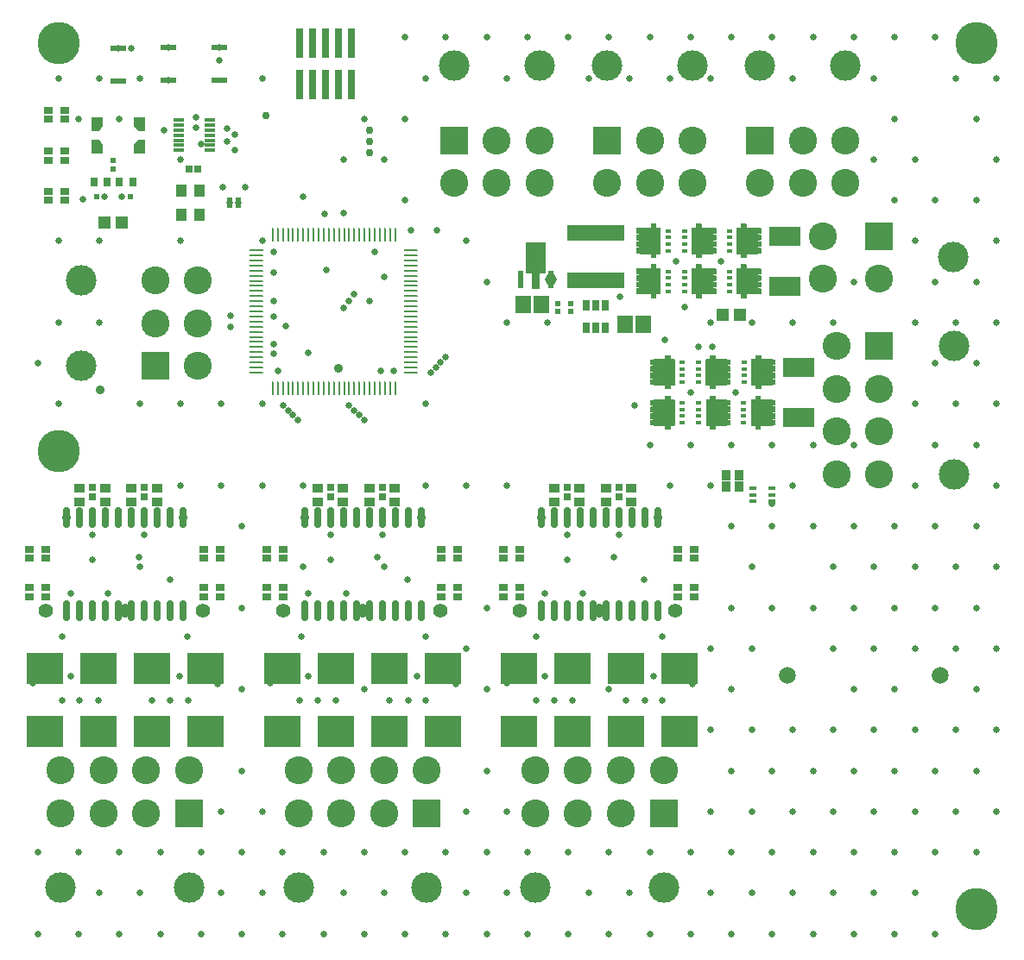
<source format=gts>
G04*
G04 #@! TF.GenerationSoftware,Altium Limited,Altium Designer,24.2.2 (26)*
G04*
G04 Layer_Color=8388736*
%FSLAX44Y44*%
%MOMM*%
G71*
G04*
G04 #@! TF.SameCoordinates,5A119275-FC27-4C3E-9DDE-49B88916FCE2*
G04*
G04*
G04 #@! TF.FilePolarity,Negative*
G04*
G01*
G75*
%ADD25R,0.5200X0.5200*%
%ADD26R,0.7565X0.8621*%
%ADD27R,0.5200X0.5200*%
%ADD28C,0.9900*%
%ADD29C,0.9698*%
%ADD30R,0.9779X0.3048*%
%ADD31R,1.5000X0.5500*%
%ADD34R,3.5700X3.1000*%
%ADD36C,1.7397*%
%ADD37R,0.5800X1.7300*%
%ADD38R,5.7000X1.6000*%
%ADD39R,0.7000X1.0000*%
G04:AMPARAMS|DCode=40|XSize=0.2125mm|YSize=1.3552mm|CornerRadius=0.1062mm|HoleSize=0mm|Usage=FLASHONLY|Rotation=0.000|XOffset=0mm|YOffset=0mm|HoleType=Round|Shape=RoundedRectangle|*
%AMROUNDEDRECTD40*
21,1,0.2125,1.1428,0,0,0.0*
21,1,0.0000,1.3552,0,0,0.0*
1,1,0.2125,0.0000,-0.5714*
1,1,0.2125,0.0000,-0.5714*
1,1,0.2125,0.0000,0.5714*
1,1,0.2125,0.0000,0.5714*
%
%ADD40ROUNDEDRECTD40*%
G04:AMPARAMS|DCode=41|XSize=1.3552mm|YSize=0.2125mm|CornerRadius=0.1062mm|HoleSize=0mm|Usage=FLASHONLY|Rotation=0.000|XOffset=0mm|YOffset=0mm|HoleType=Round|Shape=RoundedRectangle|*
%AMROUNDEDRECTD41*
21,1,1.3552,0.0000,0,0,0.0*
21,1,1.1428,0.2125,0,0,0.0*
1,1,0.2125,0.5714,0.0000*
1,1,0.2125,-0.5714,0.0000*
1,1,0.2125,-0.5714,0.0000*
1,1,0.2125,0.5714,0.0000*
%
%ADD41ROUNDEDRECTD41*%
%ADD42R,1.3552X0.2125*%
%ADD45R,0.8000X0.4000*%
%ADD46R,1.0500X1.3000*%
%ADD47R,0.5750X1.1400*%
%ADD48R,0.5000X0.3500*%
%ADD49R,3.1500X1.9600*%
%ADD50C,0.7500*%
%ADD51R,1.3000X1.2000*%
%ADD52R,1.6500X1.7000*%
%ADD53O,0.7500X2.1000*%
%ADD54R,0.7000X0.7000*%
%ADD55R,0.9500X0.6500*%
%ADD56R,1.1000X0.9500*%
%ADD57R,0.7000X0.7000*%
%ADD58R,0.9000X1.0000*%
%ADD59R,0.8500X1.0000*%
%ADD60C,2.7500*%
%ADD61R,2.7500X2.7500*%
%ADD62C,3.0000*%
%ADD63R,0.8000X2.9200*%
%ADD64R,2.7500X2.7500*%
%ADD65C,1.6580*%
%ADD66C,2.7534*%
%ADD67R,2.7534X2.7534*%
%ADD68C,2.9972*%
%ADD69C,0.6500*%
%ADD70C,0.9000*%
%ADD71C,1.4200*%
%ADD72C,1.1500*%
%ADD73C,4.1500*%
G36*
X135000Y814250D02*
X128000D01*
X124000Y819250D01*
Y827750D01*
X135000D01*
Y814250D01*
D02*
G37*
G36*
X94000Y819250D02*
X90000Y814250D01*
X83000D01*
Y827750D01*
X94000D01*
Y819250D01*
D02*
G37*
G36*
X135000Y791750D02*
X124000D01*
Y800250D01*
X128000Y805250D01*
X135000D01*
Y791750D01*
D02*
G37*
G36*
X94000Y800250D02*
Y791750D01*
X83000D01*
Y805250D01*
X90000D01*
X94000Y800250D01*
D02*
G37*
G36*
X724268Y723043D02*
X724382Y723016D01*
X724492Y722970D01*
X724592Y722909D01*
X724682Y722832D01*
X724759Y722742D01*
X724820Y722642D01*
X724865Y722533D01*
X724893Y722418D01*
X724902Y722300D01*
Y719252D01*
X735500D01*
X735618Y719243D01*
X735732Y719215D01*
X735842Y719170D01*
X735942Y719109D01*
X736032Y719032D01*
X736109Y718942D01*
X736170Y718842D01*
X736207Y718752D01*
X738500D01*
X738618Y718743D01*
X738733Y718716D01*
X738841Y718670D01*
X738942Y718609D01*
X739032Y718532D01*
X739109Y718442D01*
X739170Y718342D01*
X739215Y718232D01*
X739243Y718118D01*
X739252Y718000D01*
Y714000D01*
X739243Y713882D01*
X739215Y713767D01*
X739170Y713659D01*
X739109Y713558D01*
X739032Y713468D01*
X738942Y713391D01*
X738841Y713330D01*
X738733Y713285D01*
X738618Y713257D01*
X738500Y713248D01*
X736252D01*
Y712252D01*
X738500D01*
X738618Y712243D01*
X738733Y712215D01*
X738841Y712170D01*
X738942Y712109D01*
X739032Y712032D01*
X739109Y711942D01*
X739170Y711842D01*
X739215Y711732D01*
X739243Y711618D01*
X739252Y711500D01*
Y707500D01*
X739243Y707382D01*
X739215Y707268D01*
X739170Y707159D01*
X739109Y707058D01*
X739032Y706968D01*
X738942Y706891D01*
X738841Y706830D01*
X738733Y706785D01*
X738618Y706757D01*
X738500Y706748D01*
X736252D01*
Y705752D01*
X738500D01*
X738618Y705743D01*
X738733Y705715D01*
X738841Y705670D01*
X738942Y705609D01*
X739032Y705532D01*
X739109Y705442D01*
X739170Y705342D01*
X739215Y705232D01*
X739243Y705118D01*
X739252Y705000D01*
Y701000D01*
X739243Y700882D01*
X739215Y700768D01*
X739170Y700658D01*
X739109Y700558D01*
X739032Y700468D01*
X738942Y700391D01*
X738841Y700330D01*
X738733Y700285D01*
X738618Y700257D01*
X738500Y700248D01*
X736252D01*
Y699252D01*
X738500D01*
X738618Y699243D01*
X738733Y699215D01*
X738841Y699170D01*
X738942Y699109D01*
X739032Y699032D01*
X739109Y698942D01*
X739170Y698842D01*
X739215Y698733D01*
X739243Y698618D01*
X739252Y698500D01*
Y694500D01*
X739243Y694382D01*
X739215Y694268D01*
X739170Y694158D01*
X739109Y694058D01*
X739032Y693968D01*
X738942Y693891D01*
X738841Y693830D01*
X738733Y693784D01*
X738618Y693757D01*
X738500Y693748D01*
X736207D01*
X736170Y693659D01*
X736109Y693558D01*
X736032Y693468D01*
X735942Y693391D01*
X735842Y693330D01*
X735732Y693285D01*
X735618Y693257D01*
X735500Y693248D01*
X724902D01*
Y690200D01*
X724893Y690082D01*
X724865Y689967D01*
X724820Y689858D01*
X724759Y689758D01*
X724682Y689668D01*
X724592Y689591D01*
X724492Y689530D01*
X724382Y689484D01*
X724268Y689457D01*
X724150Y689448D01*
X719850D01*
X719732Y689457D01*
X719617Y689484D01*
X719508Y689530D01*
X719408Y689591D01*
X719318Y689668D01*
X719241Y689758D01*
X719180Y689858D01*
X719135Y689967D01*
X719107Y690082D01*
X719098Y690200D01*
Y693248D01*
X715700D01*
X715582Y693257D01*
X715468Y693285D01*
X715359Y693330D01*
X715258Y693391D01*
X715168Y693468D01*
X715091Y693558D01*
X715030Y693659D01*
X714985Y693767D01*
X714957Y693882D01*
X714948Y694000D01*
Y718500D01*
X714957Y718618D01*
X714985Y718733D01*
X715030Y718842D01*
X715091Y718942D01*
X715168Y719032D01*
X715258Y719109D01*
X715359Y719170D01*
X715468Y719215D01*
X715582Y719243D01*
X715700Y719252D01*
X719098D01*
Y722300D01*
X719107Y722418D01*
X719135Y722533D01*
X719180Y722642D01*
X719241Y722742D01*
X719318Y722832D01*
X719408Y722909D01*
X719508Y722970D01*
X719617Y723016D01*
X719732Y723043D01*
X719850Y723052D01*
X724150D01*
X724268Y723043D01*
D02*
G37*
G36*
X680268D02*
X680383Y723016D01*
X680491Y722970D01*
X680592Y722909D01*
X680682Y722832D01*
X680759Y722742D01*
X680820Y722642D01*
X680865Y722533D01*
X680893Y722418D01*
X680902Y722300D01*
Y719252D01*
X691500D01*
X691618Y719243D01*
X691732Y719215D01*
X691842Y719170D01*
X691942Y719109D01*
X692032Y719032D01*
X692109Y718942D01*
X692170Y718842D01*
X692207Y718752D01*
X694500D01*
X694618Y718743D01*
X694733Y718716D01*
X694842Y718670D01*
X694942Y718609D01*
X695032Y718532D01*
X695109Y718442D01*
X695170Y718342D01*
X695216Y718232D01*
X695243Y718118D01*
X695252Y718000D01*
Y714000D01*
X695243Y713882D01*
X695216Y713767D01*
X695170Y713659D01*
X695109Y713558D01*
X695032Y713468D01*
X694942Y713391D01*
X694842Y713330D01*
X694733Y713285D01*
X694618Y713257D01*
X694500Y713248D01*
X692252D01*
Y712252D01*
X694500D01*
X694618Y712243D01*
X694733Y712215D01*
X694842Y712170D01*
X694942Y712109D01*
X695032Y712032D01*
X695109Y711942D01*
X695170Y711842D01*
X695216Y711732D01*
X695243Y711618D01*
X695252Y711500D01*
Y707500D01*
X695243Y707382D01*
X695216Y707268D01*
X695170Y707159D01*
X695109Y707058D01*
X695032Y706968D01*
X694942Y706891D01*
X694842Y706830D01*
X694733Y706785D01*
X694618Y706757D01*
X694500Y706748D01*
X692252D01*
Y705752D01*
X694500D01*
X694618Y705743D01*
X694733Y705715D01*
X694842Y705670D01*
X694942Y705609D01*
X695032Y705532D01*
X695109Y705442D01*
X695170Y705342D01*
X695216Y705232D01*
X695243Y705118D01*
X695252Y705000D01*
Y701000D01*
X695243Y700882D01*
X695216Y700768D01*
X695170Y700658D01*
X695109Y700558D01*
X695032Y700468D01*
X694942Y700391D01*
X694842Y700330D01*
X694733Y700285D01*
X694618Y700257D01*
X694500Y700248D01*
X692252D01*
Y699252D01*
X694500D01*
X694618Y699243D01*
X694733Y699215D01*
X694842Y699170D01*
X694942Y699109D01*
X695032Y699032D01*
X695109Y698942D01*
X695170Y698842D01*
X695216Y698733D01*
X695243Y698618D01*
X695252Y698500D01*
Y694500D01*
X695243Y694382D01*
X695216Y694268D01*
X695170Y694158D01*
X695109Y694058D01*
X695032Y693968D01*
X694942Y693891D01*
X694842Y693830D01*
X694733Y693784D01*
X694618Y693757D01*
X694500Y693748D01*
X692207D01*
X692170Y693659D01*
X692109Y693558D01*
X692032Y693468D01*
X691942Y693391D01*
X691842Y693330D01*
X691732Y693285D01*
X691618Y693257D01*
X691500Y693248D01*
X680902D01*
Y690200D01*
X680893Y690082D01*
X680865Y689967D01*
X680820Y689858D01*
X680759Y689758D01*
X680682Y689668D01*
X680592Y689591D01*
X680491Y689530D01*
X680383Y689484D01*
X680268Y689457D01*
X680150Y689448D01*
X675850D01*
X675732Y689457D01*
X675618Y689484D01*
X675508Y689530D01*
X675408Y689591D01*
X675318Y689668D01*
X675241Y689758D01*
X675180Y689858D01*
X675135Y689967D01*
X675107Y690082D01*
X675098Y690200D01*
Y693248D01*
X671700D01*
X671582Y693257D01*
X671468Y693285D01*
X671358Y693330D01*
X671258Y693391D01*
X671168Y693468D01*
X671091Y693558D01*
X671030Y693659D01*
X670984Y693767D01*
X670957Y693882D01*
X670948Y694000D01*
Y718500D01*
X670957Y718618D01*
X670984Y718733D01*
X671030Y718842D01*
X671091Y718942D01*
X671168Y719032D01*
X671258Y719109D01*
X671358Y719170D01*
X671468Y719215D01*
X671582Y719243D01*
X671700Y719252D01*
X675098D01*
Y722300D01*
X675107Y722418D01*
X675135Y722533D01*
X675180Y722642D01*
X675241Y722742D01*
X675318Y722832D01*
X675408Y722909D01*
X675508Y722970D01*
X675618Y723016D01*
X675732Y723043D01*
X675850Y723052D01*
X680150D01*
X680268Y723043D01*
D02*
G37*
G36*
X636018D02*
X636133Y723016D01*
X636242Y722970D01*
X636342Y722909D01*
X636432Y722832D01*
X636509Y722742D01*
X636570Y722642D01*
X636615Y722533D01*
X636643Y722418D01*
X636652Y722300D01*
Y719252D01*
X640050D01*
X640168Y719243D01*
X640283Y719215D01*
X640392Y719170D01*
X640492Y719109D01*
X640582Y719032D01*
X640659Y718942D01*
X640720Y718842D01*
X640766Y718733D01*
X640793Y718618D01*
X640802Y718500D01*
Y694000D01*
X640793Y693882D01*
X640766Y693767D01*
X640720Y693659D01*
X640659Y693558D01*
X640582Y693468D01*
X640492Y693391D01*
X640392Y693330D01*
X640283Y693285D01*
X640168Y693257D01*
X640050Y693248D01*
X636652D01*
Y690200D01*
X636643Y690082D01*
X636615Y689967D01*
X636570Y689858D01*
X636509Y689758D01*
X636432Y689668D01*
X636342Y689591D01*
X636242Y689530D01*
X636133Y689484D01*
X636018Y689457D01*
X635900Y689448D01*
X631600D01*
X631482Y689457D01*
X631367Y689484D01*
X631259Y689530D01*
X631158Y689591D01*
X631068Y689668D01*
X630991Y689758D01*
X630930Y689858D01*
X630885Y689967D01*
X630857Y690082D01*
X630848Y690200D01*
Y693248D01*
X620250D01*
X620132Y693257D01*
X620018Y693285D01*
X619908Y693330D01*
X619808Y693391D01*
X619718Y693468D01*
X619641Y693558D01*
X619580Y693659D01*
X619543Y693748D01*
X617250D01*
X617132Y693757D01*
X617018Y693784D01*
X616908Y693830D01*
X616808Y693891D01*
X616718Y693968D01*
X616641Y694058D01*
X616580Y694158D01*
X616535Y694268D01*
X616507Y694382D01*
X616498Y694500D01*
Y698500D01*
X616507Y698618D01*
X616535Y698733D01*
X616580Y698842D01*
X616641Y698942D01*
X616718Y699032D01*
X616808Y699109D01*
X616908Y699170D01*
X617018Y699215D01*
X617132Y699243D01*
X617250Y699252D01*
X619498D01*
Y700248D01*
X617250D01*
X617132Y700257D01*
X617018Y700285D01*
X616908Y700330D01*
X616808Y700391D01*
X616718Y700468D01*
X616641Y700558D01*
X616580Y700658D01*
X616535Y700768D01*
X616507Y700882D01*
X616498Y701000D01*
Y705000D01*
X616507Y705118D01*
X616535Y705232D01*
X616580Y705342D01*
X616641Y705442D01*
X616718Y705532D01*
X616808Y705609D01*
X616908Y705670D01*
X617018Y705715D01*
X617132Y705743D01*
X617250Y705752D01*
X619498D01*
Y706748D01*
X617250D01*
X617132Y706757D01*
X617018Y706785D01*
X616908Y706830D01*
X616808Y706891D01*
X616718Y706968D01*
X616641Y707058D01*
X616580Y707159D01*
X616535Y707268D01*
X616507Y707382D01*
X616498Y707500D01*
Y711500D01*
X616507Y711618D01*
X616535Y711732D01*
X616580Y711842D01*
X616641Y711942D01*
X616718Y712032D01*
X616808Y712109D01*
X616908Y712170D01*
X617018Y712215D01*
X617132Y712243D01*
X617250Y712252D01*
X619498D01*
Y713248D01*
X617250D01*
X617132Y713257D01*
X617018Y713285D01*
X616908Y713330D01*
X616808Y713391D01*
X616718Y713468D01*
X616641Y713558D01*
X616580Y713659D01*
X616535Y713767D01*
X616507Y713882D01*
X616498Y714000D01*
Y718000D01*
X616507Y718118D01*
X616535Y718232D01*
X616580Y718342D01*
X616641Y718442D01*
X616718Y718532D01*
X616808Y718609D01*
X616908Y718670D01*
X617018Y718716D01*
X617132Y718743D01*
X617250Y718752D01*
X619543D01*
X619580Y718842D01*
X619641Y718942D01*
X619718Y719032D01*
X619808Y719109D01*
X619908Y719170D01*
X620018Y719215D01*
X620132Y719243D01*
X620250Y719252D01*
X630848D01*
Y722300D01*
X630857Y722418D01*
X630885Y722533D01*
X630930Y722642D01*
X630991Y722742D01*
X631068Y722832D01*
X631158Y722909D01*
X631259Y722970D01*
X631367Y723016D01*
X631482Y723043D01*
X631600Y723052D01*
X635900D01*
X636018Y723043D01*
D02*
G37*
G36*
X527915Y674350D02*
X522050D01*
Y659350D01*
X514450D01*
Y674350D01*
X508585D01*
Y704650D01*
X527915D01*
Y674350D01*
D02*
G37*
G36*
X724268Y683293D02*
X724382Y683266D01*
X724492Y683220D01*
X724592Y683159D01*
X724682Y683082D01*
X724759Y682992D01*
X724820Y682892D01*
X724865Y682783D01*
X724893Y682668D01*
X724902Y682550D01*
Y679502D01*
X735500D01*
X735618Y679493D01*
X735732Y679465D01*
X735842Y679420D01*
X735942Y679359D01*
X736032Y679282D01*
X736109Y679192D01*
X736170Y679092D01*
X736207Y679002D01*
X738500D01*
X738618Y678993D01*
X738733Y678966D01*
X738841Y678920D01*
X738942Y678859D01*
X739032Y678782D01*
X739109Y678692D01*
X739170Y678592D01*
X739215Y678483D01*
X739243Y678368D01*
X739252Y678250D01*
Y674250D01*
X739243Y674132D01*
X739215Y674017D01*
X739170Y673908D01*
X739109Y673808D01*
X739032Y673718D01*
X738942Y673641D01*
X738841Y673580D01*
X738733Y673534D01*
X738618Y673507D01*
X738500Y673498D01*
X736252D01*
Y672502D01*
X738500D01*
X738618Y672493D01*
X738733Y672466D01*
X738841Y672420D01*
X738942Y672359D01*
X739032Y672282D01*
X739109Y672192D01*
X739170Y672092D01*
X739215Y671982D01*
X739243Y671868D01*
X739252Y671750D01*
Y667750D01*
X739243Y667632D01*
X739215Y667517D01*
X739170Y667409D01*
X739109Y667308D01*
X739032Y667218D01*
X738942Y667141D01*
X738841Y667080D01*
X738733Y667035D01*
X738618Y667007D01*
X738500Y666998D01*
X736252D01*
Y666002D01*
X738500D01*
X738618Y665993D01*
X738733Y665965D01*
X738841Y665920D01*
X738942Y665859D01*
X739032Y665782D01*
X739109Y665692D01*
X739170Y665592D01*
X739215Y665482D01*
X739243Y665368D01*
X739252Y665250D01*
Y661250D01*
X739243Y661132D01*
X739215Y661018D01*
X739170Y660909D01*
X739109Y660808D01*
X739032Y660718D01*
X738942Y660641D01*
X738841Y660580D01*
X738733Y660535D01*
X738618Y660507D01*
X738500Y660498D01*
X736252D01*
Y659502D01*
X738500D01*
X738618Y659493D01*
X738733Y659465D01*
X738841Y659420D01*
X738942Y659359D01*
X739032Y659282D01*
X739109Y659192D01*
X739170Y659092D01*
X739215Y658982D01*
X739243Y658868D01*
X739252Y658750D01*
Y654750D01*
X739243Y654632D01*
X739215Y654518D01*
X739170Y654408D01*
X739109Y654308D01*
X739032Y654218D01*
X738942Y654141D01*
X738841Y654080D01*
X738733Y654035D01*
X738618Y654007D01*
X738500Y653998D01*
X736207D01*
X736170Y653908D01*
X736109Y653808D01*
X736032Y653718D01*
X735942Y653641D01*
X735842Y653580D01*
X735732Y653534D01*
X735618Y653507D01*
X735500Y653498D01*
X724902D01*
Y650450D01*
X724893Y650332D01*
X724865Y650218D01*
X724820Y650108D01*
X724759Y650008D01*
X724682Y649918D01*
X724592Y649841D01*
X724492Y649780D01*
X724382Y649734D01*
X724268Y649707D01*
X724150Y649698D01*
X719850D01*
X719732Y649707D01*
X719617Y649734D01*
X719508Y649780D01*
X719408Y649841D01*
X719318Y649918D01*
X719241Y650008D01*
X719180Y650108D01*
X719135Y650218D01*
X719107Y650332D01*
X719098Y650450D01*
Y653498D01*
X715700D01*
X715582Y653507D01*
X715468Y653534D01*
X715359Y653580D01*
X715258Y653641D01*
X715168Y653718D01*
X715091Y653808D01*
X715030Y653908D01*
X714985Y654017D01*
X714957Y654132D01*
X714948Y654250D01*
Y678750D01*
X714957Y678868D01*
X714985Y678982D01*
X715030Y679092D01*
X715091Y679192D01*
X715168Y679282D01*
X715258Y679359D01*
X715359Y679420D01*
X715468Y679465D01*
X715582Y679493D01*
X715700Y679502D01*
X719098D01*
Y682550D01*
X719107Y682668D01*
X719135Y682783D01*
X719180Y682892D01*
X719241Y682992D01*
X719318Y683082D01*
X719408Y683159D01*
X719508Y683220D01*
X719617Y683266D01*
X719732Y683293D01*
X719850Y683302D01*
X724150D01*
X724268Y683293D01*
D02*
G37*
G36*
X680268D02*
X680383Y683266D01*
X680491Y683220D01*
X680592Y683159D01*
X680682Y683082D01*
X680759Y682992D01*
X680820Y682892D01*
X680865Y682783D01*
X680893Y682668D01*
X680902Y682550D01*
Y679502D01*
X691500D01*
X691618Y679493D01*
X691732Y679465D01*
X691842Y679420D01*
X691942Y679359D01*
X692032Y679282D01*
X692109Y679192D01*
X692170Y679092D01*
X692207Y679002D01*
X694500D01*
X694618Y678993D01*
X694733Y678966D01*
X694842Y678920D01*
X694942Y678859D01*
X695032Y678782D01*
X695109Y678692D01*
X695170Y678592D01*
X695216Y678483D01*
X695243Y678368D01*
X695252Y678250D01*
Y674250D01*
X695243Y674132D01*
X695216Y674017D01*
X695170Y673908D01*
X695109Y673808D01*
X695032Y673718D01*
X694942Y673641D01*
X694842Y673580D01*
X694733Y673534D01*
X694618Y673507D01*
X694500Y673498D01*
X692252D01*
Y672502D01*
X694500D01*
X694618Y672493D01*
X694733Y672466D01*
X694842Y672420D01*
X694942Y672359D01*
X695032Y672282D01*
X695109Y672192D01*
X695170Y672092D01*
X695216Y671982D01*
X695243Y671868D01*
X695252Y671750D01*
Y667750D01*
X695243Y667632D01*
X695216Y667517D01*
X695170Y667409D01*
X695109Y667308D01*
X695032Y667218D01*
X694942Y667141D01*
X694842Y667080D01*
X694733Y667035D01*
X694618Y667007D01*
X694500Y666998D01*
X692252D01*
Y666002D01*
X694500D01*
X694618Y665993D01*
X694733Y665965D01*
X694842Y665920D01*
X694942Y665859D01*
X695032Y665782D01*
X695109Y665692D01*
X695170Y665592D01*
X695216Y665482D01*
X695243Y665368D01*
X695252Y665250D01*
Y661250D01*
X695243Y661132D01*
X695216Y661018D01*
X695170Y660909D01*
X695109Y660808D01*
X695032Y660718D01*
X694942Y660641D01*
X694842Y660580D01*
X694733Y660535D01*
X694618Y660507D01*
X694500Y660498D01*
X692252D01*
Y659502D01*
X694500D01*
X694618Y659493D01*
X694733Y659465D01*
X694842Y659420D01*
X694942Y659359D01*
X695032Y659282D01*
X695109Y659192D01*
X695170Y659092D01*
X695216Y658982D01*
X695243Y658868D01*
X695252Y658750D01*
Y654750D01*
X695243Y654632D01*
X695216Y654518D01*
X695170Y654408D01*
X695109Y654308D01*
X695032Y654218D01*
X694942Y654141D01*
X694842Y654080D01*
X694733Y654035D01*
X694618Y654007D01*
X694500Y653998D01*
X692207D01*
X692170Y653908D01*
X692109Y653808D01*
X692032Y653718D01*
X691942Y653641D01*
X691842Y653580D01*
X691732Y653534D01*
X691618Y653507D01*
X691500Y653498D01*
X680902D01*
Y650450D01*
X680893Y650332D01*
X680865Y650218D01*
X680820Y650108D01*
X680759Y650008D01*
X680682Y649918D01*
X680592Y649841D01*
X680491Y649780D01*
X680383Y649734D01*
X680268Y649707D01*
X680150Y649698D01*
X675850D01*
X675732Y649707D01*
X675618Y649734D01*
X675508Y649780D01*
X675408Y649841D01*
X675318Y649918D01*
X675241Y650008D01*
X675180Y650108D01*
X675135Y650218D01*
X675107Y650332D01*
X675098Y650450D01*
Y653498D01*
X671700D01*
X671582Y653507D01*
X671468Y653534D01*
X671358Y653580D01*
X671258Y653641D01*
X671168Y653718D01*
X671091Y653808D01*
X671030Y653908D01*
X670984Y654017D01*
X670957Y654132D01*
X670948Y654250D01*
Y678750D01*
X670957Y678868D01*
X670984Y678982D01*
X671030Y679092D01*
X671091Y679192D01*
X671168Y679282D01*
X671258Y679359D01*
X671358Y679420D01*
X671468Y679465D01*
X671582Y679493D01*
X671700Y679502D01*
X675098D01*
Y682550D01*
X675107Y682668D01*
X675135Y682783D01*
X675180Y682892D01*
X675241Y682992D01*
X675318Y683082D01*
X675408Y683159D01*
X675508Y683220D01*
X675618Y683266D01*
X675732Y683293D01*
X675850Y683302D01*
X680150D01*
X680268Y683293D01*
D02*
G37*
G36*
X636018D02*
X636133Y683266D01*
X636242Y683220D01*
X636342Y683159D01*
X636432Y683082D01*
X636509Y682992D01*
X636570Y682892D01*
X636615Y682783D01*
X636643Y682668D01*
X636652Y682550D01*
Y679502D01*
X640050D01*
X640168Y679493D01*
X640283Y679465D01*
X640392Y679420D01*
X640492Y679359D01*
X640582Y679282D01*
X640659Y679192D01*
X640720Y679092D01*
X640766Y678982D01*
X640793Y678868D01*
X640802Y678750D01*
Y654250D01*
X640793Y654132D01*
X640766Y654017D01*
X640720Y653908D01*
X640659Y653808D01*
X640582Y653718D01*
X640492Y653641D01*
X640392Y653580D01*
X640283Y653534D01*
X640168Y653507D01*
X640050Y653498D01*
X636652D01*
Y650450D01*
X636643Y650332D01*
X636615Y650218D01*
X636570Y650108D01*
X636509Y650008D01*
X636432Y649918D01*
X636342Y649841D01*
X636242Y649780D01*
X636133Y649734D01*
X636018Y649707D01*
X635900Y649698D01*
X631600D01*
X631482Y649707D01*
X631367Y649734D01*
X631259Y649780D01*
X631158Y649841D01*
X631068Y649918D01*
X630991Y650008D01*
X630930Y650108D01*
X630885Y650218D01*
X630857Y650332D01*
X630848Y650450D01*
Y653498D01*
X620250D01*
X620132Y653507D01*
X620018Y653534D01*
X619908Y653580D01*
X619808Y653641D01*
X619718Y653718D01*
X619641Y653808D01*
X619580Y653908D01*
X619543Y653998D01*
X617250D01*
X617132Y654007D01*
X617018Y654035D01*
X616908Y654080D01*
X616808Y654141D01*
X616718Y654218D01*
X616641Y654308D01*
X616580Y654408D01*
X616535Y654518D01*
X616507Y654632D01*
X616498Y654750D01*
Y658750D01*
X616507Y658868D01*
X616535Y658982D01*
X616580Y659092D01*
X616641Y659192D01*
X616718Y659282D01*
X616808Y659359D01*
X616908Y659420D01*
X617018Y659465D01*
X617132Y659493D01*
X617250Y659502D01*
X619498D01*
Y660498D01*
X617250D01*
X617132Y660507D01*
X617018Y660535D01*
X616908Y660580D01*
X616808Y660641D01*
X616718Y660718D01*
X616641Y660808D01*
X616580Y660909D01*
X616535Y661018D01*
X616507Y661132D01*
X616498Y661250D01*
Y665250D01*
X616507Y665368D01*
X616535Y665482D01*
X616580Y665592D01*
X616641Y665692D01*
X616718Y665782D01*
X616808Y665859D01*
X616908Y665920D01*
X617018Y665965D01*
X617132Y665993D01*
X617250Y666002D01*
X619498D01*
Y666998D01*
X617250D01*
X617132Y667007D01*
X617018Y667035D01*
X616908Y667080D01*
X616808Y667141D01*
X616718Y667218D01*
X616641Y667308D01*
X616580Y667409D01*
X616535Y667517D01*
X616507Y667632D01*
X616498Y667750D01*
Y671750D01*
X616507Y671868D01*
X616535Y671982D01*
X616580Y672092D01*
X616641Y672192D01*
X616718Y672282D01*
X616808Y672359D01*
X616908Y672420D01*
X617018Y672466D01*
X617132Y672493D01*
X617250Y672502D01*
X619498D01*
Y673498D01*
X617250D01*
X617132Y673507D01*
X617018Y673534D01*
X616908Y673580D01*
X616808Y673641D01*
X616718Y673718D01*
X616641Y673808D01*
X616580Y673908D01*
X616535Y674017D01*
X616507Y674132D01*
X616498Y674250D01*
Y678250D01*
X616507Y678368D01*
X616535Y678483D01*
X616580Y678592D01*
X616641Y678692D01*
X616718Y678782D01*
X616808Y678859D01*
X616908Y678920D01*
X617018Y678966D01*
X617132Y678993D01*
X617250Y679002D01*
X619543D01*
X619580Y679092D01*
X619641Y679192D01*
X619718Y679282D01*
X619808Y679359D01*
X619908Y679420D01*
X620018Y679465D01*
X620132Y679493D01*
X620250Y679502D01*
X630848D01*
Y682550D01*
X630857Y682668D01*
X630885Y682783D01*
X630930Y682892D01*
X630991Y682992D01*
X631068Y683082D01*
X631158Y683159D01*
X631259Y683220D01*
X631367Y683266D01*
X631482Y683293D01*
X631600Y683302D01*
X635900D01*
X636018Y683293D01*
D02*
G37*
G36*
X738555Y594043D02*
X738670Y594016D01*
X738779Y593970D01*
X738879Y593909D01*
X738969Y593832D01*
X739046Y593742D01*
X739108Y593642D01*
X739153Y593532D01*
X739180Y593418D01*
X739190Y593300D01*
Y590252D01*
X749787D01*
X749905Y590243D01*
X750020Y590215D01*
X750129Y590170D01*
X750229Y590109D01*
X750319Y590032D01*
X750396Y589942D01*
X750458Y589841D01*
X750495Y589752D01*
X752787D01*
X752905Y589743D01*
X753020Y589715D01*
X753129Y589670D01*
X753230Y589609D01*
X753319Y589532D01*
X753396Y589442D01*
X753458Y589342D01*
X753503Y589232D01*
X753530Y589118D01*
X753540Y589000D01*
Y585000D01*
X753530Y584882D01*
X753503Y584767D01*
X753458Y584658D01*
X753396Y584558D01*
X753319Y584468D01*
X753230Y584391D01*
X753129Y584330D01*
X753020Y584285D01*
X752905Y584257D01*
X752787Y584248D01*
X750540D01*
Y583252D01*
X752787D01*
X752905Y583243D01*
X753020Y583215D01*
X753129Y583170D01*
X753230Y583109D01*
X753319Y583032D01*
X753396Y582942D01*
X753458Y582842D01*
X753503Y582733D01*
X753530Y582618D01*
X753540Y582500D01*
Y578500D01*
X753530Y578382D01*
X753503Y578268D01*
X753458Y578158D01*
X753396Y578058D01*
X753319Y577968D01*
X753230Y577891D01*
X753129Y577830D01*
X753020Y577785D01*
X752905Y577757D01*
X752787Y577748D01*
X750540D01*
Y576752D01*
X752787D01*
X752905Y576743D01*
X753020Y576716D01*
X753129Y576670D01*
X753230Y576609D01*
X753319Y576532D01*
X753396Y576442D01*
X753458Y576342D01*
X753503Y576232D01*
X753530Y576118D01*
X753540Y576000D01*
Y572000D01*
X753530Y571882D01*
X753503Y571768D01*
X753458Y571658D01*
X753396Y571558D01*
X753319Y571468D01*
X753230Y571391D01*
X753129Y571330D01*
X753020Y571284D01*
X752905Y571257D01*
X752787Y571248D01*
X750540D01*
Y570252D01*
X752787D01*
X752905Y570243D01*
X753020Y570215D01*
X753129Y570170D01*
X753230Y570109D01*
X753319Y570032D01*
X753396Y569942D01*
X753458Y569842D01*
X753503Y569733D01*
X753530Y569618D01*
X753540Y569500D01*
Y565500D01*
X753530Y565382D01*
X753503Y565267D01*
X753458Y565159D01*
X753396Y565058D01*
X753319Y564968D01*
X753230Y564891D01*
X753129Y564830D01*
X753020Y564785D01*
X752905Y564757D01*
X752787Y564748D01*
X750495D01*
X750458Y564659D01*
X750396Y564558D01*
X750319Y564468D01*
X750229Y564391D01*
X750129Y564330D01*
X750020Y564285D01*
X749905Y564257D01*
X749787Y564248D01*
X739190D01*
Y561200D01*
X739180Y561082D01*
X739153Y560967D01*
X739108Y560858D01*
X739046Y560758D01*
X738969Y560668D01*
X738879Y560591D01*
X738779Y560530D01*
X738670Y560485D01*
X738555Y560457D01*
X738437Y560448D01*
X734137D01*
X734020Y560457D01*
X733905Y560485D01*
X733796Y560530D01*
X733695Y560591D01*
X733605Y560668D01*
X733529Y560758D01*
X733467Y560858D01*
X733422Y560967D01*
X733394Y561082D01*
X733385Y561200D01*
Y564248D01*
X729987D01*
X729870Y564257D01*
X729755Y564285D01*
X729646Y564330D01*
X729545Y564391D01*
X729455Y564468D01*
X729379Y564558D01*
X729317Y564659D01*
X729272Y564767D01*
X729244Y564882D01*
X729235Y565000D01*
Y589500D01*
X729244Y589618D01*
X729272Y589733D01*
X729317Y589841D01*
X729379Y589942D01*
X729455Y590032D01*
X729545Y590109D01*
X729646Y590170D01*
X729755Y590215D01*
X729870Y590243D01*
X729987Y590252D01*
X733385D01*
Y593300D01*
X733394Y593418D01*
X733422Y593532D01*
X733467Y593642D01*
X733529Y593742D01*
X733605Y593832D01*
X733695Y593909D01*
X733796Y593970D01*
X733905Y594016D01*
X734020Y594043D01*
X734137Y594052D01*
X738437D01*
X738555Y594043D01*
D02*
G37*
G36*
X694205D02*
X694320Y594016D01*
X694429Y593970D01*
X694529Y593909D01*
X694619Y593832D01*
X694696Y593742D01*
X694758Y593642D01*
X694803Y593532D01*
X694830Y593418D01*
X694840Y593300D01*
Y590252D01*
X705437D01*
X705555Y590243D01*
X705670Y590215D01*
X705779Y590170D01*
X705880Y590109D01*
X705969Y590032D01*
X706046Y589942D01*
X706108Y589841D01*
X706145Y589752D01*
X708437D01*
X708555Y589743D01*
X708670Y589715D01*
X708779Y589670D01*
X708879Y589609D01*
X708969Y589532D01*
X709046Y589442D01*
X709108Y589342D01*
X709153Y589232D01*
X709180Y589118D01*
X709190Y589000D01*
Y585000D01*
X709180Y584882D01*
X709153Y584767D01*
X709108Y584658D01*
X709046Y584558D01*
X708969Y584468D01*
X708879Y584391D01*
X708779Y584330D01*
X708670Y584285D01*
X708555Y584257D01*
X708437Y584248D01*
X706190D01*
Y583252D01*
X708437D01*
X708555Y583243D01*
X708670Y583215D01*
X708779Y583170D01*
X708879Y583109D01*
X708969Y583032D01*
X709046Y582942D01*
X709108Y582842D01*
X709153Y582733D01*
X709180Y582618D01*
X709190Y582500D01*
Y578500D01*
X709180Y578382D01*
X709153Y578268D01*
X709108Y578158D01*
X709046Y578058D01*
X708969Y577968D01*
X708879Y577891D01*
X708779Y577830D01*
X708670Y577785D01*
X708555Y577757D01*
X708437Y577748D01*
X706190D01*
Y576752D01*
X708437D01*
X708555Y576743D01*
X708670Y576716D01*
X708779Y576670D01*
X708879Y576609D01*
X708969Y576532D01*
X709046Y576442D01*
X709108Y576342D01*
X709153Y576232D01*
X709180Y576118D01*
X709190Y576000D01*
Y572000D01*
X709180Y571882D01*
X709153Y571768D01*
X709108Y571658D01*
X709046Y571558D01*
X708969Y571468D01*
X708879Y571391D01*
X708779Y571330D01*
X708670Y571284D01*
X708555Y571257D01*
X708437Y571248D01*
X706190D01*
Y570252D01*
X708437D01*
X708555Y570243D01*
X708670Y570215D01*
X708779Y570170D01*
X708879Y570109D01*
X708969Y570032D01*
X709046Y569942D01*
X709108Y569842D01*
X709153Y569733D01*
X709180Y569618D01*
X709190Y569500D01*
Y565500D01*
X709180Y565382D01*
X709153Y565267D01*
X709108Y565159D01*
X709046Y565058D01*
X708969Y564968D01*
X708879Y564891D01*
X708779Y564830D01*
X708670Y564785D01*
X708555Y564757D01*
X708437Y564748D01*
X706145D01*
X706108Y564659D01*
X706046Y564558D01*
X705969Y564468D01*
X705880Y564391D01*
X705779Y564330D01*
X705670Y564285D01*
X705555Y564257D01*
X705437Y564248D01*
X694840D01*
Y561200D01*
X694830Y561082D01*
X694803Y560967D01*
X694758Y560858D01*
X694696Y560758D01*
X694619Y560668D01*
X694529Y560591D01*
X694429Y560530D01*
X694320Y560485D01*
X694205Y560457D01*
X694087Y560448D01*
X689787D01*
X689670Y560457D01*
X689555Y560485D01*
X689446Y560530D01*
X689345Y560591D01*
X689255Y560668D01*
X689179Y560758D01*
X689117Y560858D01*
X689072Y560967D01*
X689044Y561082D01*
X689035Y561200D01*
Y564248D01*
X685637D01*
X685520Y564257D01*
X685405Y564285D01*
X685296Y564330D01*
X685195Y564391D01*
X685105Y564468D01*
X685029Y564558D01*
X684967Y564659D01*
X684922Y564767D01*
X684894Y564882D01*
X684885Y565000D01*
Y589500D01*
X684894Y589618D01*
X684922Y589733D01*
X684967Y589841D01*
X685029Y589942D01*
X685105Y590032D01*
X685195Y590109D01*
X685296Y590170D01*
X685405Y590215D01*
X685520Y590243D01*
X685637Y590252D01*
X689035D01*
Y593300D01*
X689044Y593418D01*
X689072Y593532D01*
X689117Y593642D01*
X689179Y593742D01*
X689255Y593832D01*
X689345Y593909D01*
X689446Y593970D01*
X689555Y594016D01*
X689670Y594043D01*
X689787Y594052D01*
X694087D01*
X694205Y594043D01*
D02*
G37*
G36*
X649805D02*
X649920Y594016D01*
X650029Y593970D01*
X650129Y593909D01*
X650219Y593832D01*
X650296Y593742D01*
X650358Y593642D01*
X650403Y593532D01*
X650430Y593418D01*
X650440Y593300D01*
Y590252D01*
X653837D01*
X653955Y590243D01*
X654070Y590215D01*
X654179Y590170D01*
X654279Y590109D01*
X654369Y590032D01*
X654446Y589942D01*
X654508Y589841D01*
X654553Y589733D01*
X654580Y589618D01*
X654590Y589500D01*
Y565000D01*
X654580Y564882D01*
X654553Y564767D01*
X654508Y564659D01*
X654446Y564558D01*
X654369Y564468D01*
X654279Y564391D01*
X654179Y564330D01*
X654070Y564285D01*
X653955Y564257D01*
X653837Y564248D01*
X650440D01*
Y561200D01*
X650430Y561082D01*
X650403Y560967D01*
X650358Y560858D01*
X650296Y560758D01*
X650219Y560668D01*
X650129Y560591D01*
X650029Y560530D01*
X649920Y560485D01*
X649805Y560457D01*
X649687Y560448D01*
X645387D01*
X645270Y560457D01*
X645155Y560485D01*
X645046Y560530D01*
X644945Y560591D01*
X644855Y560668D01*
X644779Y560758D01*
X644717Y560858D01*
X644672Y560967D01*
X644644Y561082D01*
X644635Y561200D01*
Y564248D01*
X634037D01*
X633920Y564257D01*
X633805Y564285D01*
X633696Y564330D01*
X633595Y564391D01*
X633505Y564468D01*
X633429Y564558D01*
X633367Y564659D01*
X633330Y564748D01*
X631037D01*
X630920Y564757D01*
X630805Y564785D01*
X630696Y564830D01*
X630595Y564891D01*
X630505Y564968D01*
X630429Y565058D01*
X630367Y565159D01*
X630322Y565267D01*
X630294Y565382D01*
X630285Y565500D01*
Y569500D01*
X630294Y569618D01*
X630322Y569733D01*
X630367Y569842D01*
X630429Y569942D01*
X630505Y570032D01*
X630595Y570109D01*
X630696Y570170D01*
X630805Y570215D01*
X630920Y570243D01*
X631037Y570252D01*
X633285D01*
Y571248D01*
X631037D01*
X630920Y571257D01*
X630805Y571284D01*
X630696Y571330D01*
X630595Y571391D01*
X630505Y571468D01*
X630429Y571558D01*
X630367Y571658D01*
X630322Y571768D01*
X630294Y571882D01*
X630285Y572000D01*
Y576000D01*
X630294Y576118D01*
X630322Y576232D01*
X630367Y576342D01*
X630429Y576442D01*
X630505Y576532D01*
X630595Y576609D01*
X630696Y576670D01*
X630805Y576716D01*
X630920Y576743D01*
X631037Y576752D01*
X633285D01*
Y577748D01*
X631037D01*
X630920Y577757D01*
X630805Y577785D01*
X630696Y577830D01*
X630595Y577891D01*
X630505Y577968D01*
X630429Y578058D01*
X630367Y578158D01*
X630322Y578268D01*
X630294Y578382D01*
X630285Y578500D01*
Y582500D01*
X630294Y582618D01*
X630322Y582733D01*
X630367Y582842D01*
X630429Y582942D01*
X630505Y583032D01*
X630595Y583109D01*
X630696Y583170D01*
X630805Y583215D01*
X630920Y583243D01*
X631037Y583252D01*
X633285D01*
Y584248D01*
X631037D01*
X630920Y584257D01*
X630805Y584285D01*
X630696Y584330D01*
X630595Y584391D01*
X630505Y584468D01*
X630429Y584558D01*
X630367Y584658D01*
X630322Y584767D01*
X630294Y584882D01*
X630285Y585000D01*
Y589000D01*
X630294Y589118D01*
X630322Y589232D01*
X630367Y589342D01*
X630429Y589442D01*
X630505Y589532D01*
X630595Y589609D01*
X630696Y589670D01*
X630805Y589715D01*
X630920Y589743D01*
X631037Y589752D01*
X633330D01*
X633367Y589841D01*
X633429Y589942D01*
X633505Y590032D01*
X633595Y590109D01*
X633696Y590170D01*
X633805Y590215D01*
X633920Y590243D01*
X634037Y590252D01*
X644635D01*
Y593300D01*
X644644Y593418D01*
X644672Y593532D01*
X644717Y593642D01*
X644779Y593742D01*
X644855Y593832D01*
X644945Y593909D01*
X645046Y593970D01*
X645155Y594016D01*
X645270Y594043D01*
X645387Y594052D01*
X649687D01*
X649805Y594043D01*
D02*
G37*
G36*
X738455Y554293D02*
X738570Y554266D01*
X738679Y554220D01*
X738780Y554159D01*
X738869Y554082D01*
X738946Y553992D01*
X739008Y553892D01*
X739053Y553783D01*
X739080Y553668D01*
X739090Y553550D01*
Y550502D01*
X749687D01*
X749805Y550493D01*
X749920Y550466D01*
X750029Y550420D01*
X750129Y550359D01*
X750219Y550282D01*
X750296Y550192D01*
X750358Y550092D01*
X750395Y550002D01*
X752687D01*
X752805Y549993D01*
X752920Y549966D01*
X753029Y549920D01*
X753130Y549859D01*
X753219Y549782D01*
X753296Y549692D01*
X753358Y549591D01*
X753403Y549482D01*
X753430Y549368D01*
X753440Y549250D01*
Y545250D01*
X753430Y545132D01*
X753403Y545018D01*
X753358Y544908D01*
X753296Y544808D01*
X753219Y544718D01*
X753130Y544641D01*
X753029Y544580D01*
X752920Y544534D01*
X752805Y544507D01*
X752687Y544498D01*
X750440D01*
Y543502D01*
X752687D01*
X752805Y543493D01*
X752920Y543465D01*
X753029Y543420D01*
X753130Y543359D01*
X753219Y543282D01*
X753296Y543192D01*
X753358Y543092D01*
X753403Y542982D01*
X753430Y542868D01*
X753440Y542750D01*
Y538750D01*
X753430Y538632D01*
X753403Y538517D01*
X753358Y538408D01*
X753296Y538308D01*
X753219Y538218D01*
X753130Y538141D01*
X753029Y538080D01*
X752920Y538035D01*
X752805Y538007D01*
X752687Y537998D01*
X750440D01*
Y537002D01*
X752687D01*
X752805Y536993D01*
X752920Y536965D01*
X753029Y536920D01*
X753130Y536859D01*
X753219Y536782D01*
X753296Y536692D01*
X753358Y536591D01*
X753403Y536483D01*
X753430Y536368D01*
X753440Y536250D01*
Y532250D01*
X753430Y532132D01*
X753403Y532018D01*
X753358Y531908D01*
X753296Y531808D01*
X753219Y531718D01*
X753130Y531641D01*
X753029Y531580D01*
X752920Y531535D01*
X752805Y531507D01*
X752687Y531498D01*
X750440D01*
Y530502D01*
X752687D01*
X752805Y530493D01*
X752920Y530466D01*
X753029Y530420D01*
X753130Y530359D01*
X753219Y530282D01*
X753296Y530192D01*
X753358Y530092D01*
X753403Y529982D01*
X753430Y529868D01*
X753440Y529750D01*
Y525750D01*
X753430Y525632D01*
X753403Y525518D01*
X753358Y525408D01*
X753296Y525308D01*
X753219Y525218D01*
X753130Y525141D01*
X753029Y525080D01*
X752920Y525034D01*
X752805Y525007D01*
X752687Y524998D01*
X750395D01*
X750358Y524908D01*
X750296Y524808D01*
X750219Y524718D01*
X750129Y524641D01*
X750029Y524580D01*
X749920Y524534D01*
X749805Y524507D01*
X749687Y524498D01*
X739090D01*
Y521450D01*
X739080Y521332D01*
X739053Y521217D01*
X739008Y521108D01*
X738946Y521008D01*
X738869Y520918D01*
X738780Y520841D01*
X738679Y520780D01*
X738570Y520734D01*
X738455Y520707D01*
X738337Y520698D01*
X734037D01*
X733920Y520707D01*
X733805Y520734D01*
X733696Y520780D01*
X733595Y520841D01*
X733505Y520918D01*
X733429Y521008D01*
X733367Y521108D01*
X733322Y521217D01*
X733294Y521332D01*
X733285Y521450D01*
Y524498D01*
X729887D01*
X729770Y524507D01*
X729655Y524534D01*
X729546Y524580D01*
X729445Y524641D01*
X729355Y524718D01*
X729279Y524808D01*
X729217Y524908D01*
X729172Y525018D01*
X729144Y525132D01*
X729135Y525250D01*
Y549750D01*
X729144Y549868D01*
X729172Y549982D01*
X729217Y550092D01*
X729279Y550192D01*
X729355Y550282D01*
X729445Y550359D01*
X729546Y550420D01*
X729655Y550466D01*
X729770Y550493D01*
X729887Y550502D01*
X733285D01*
Y553550D01*
X733294Y553668D01*
X733322Y553783D01*
X733367Y553892D01*
X733429Y553992D01*
X733505Y554082D01*
X733595Y554159D01*
X733696Y554220D01*
X733805Y554266D01*
X733920Y554293D01*
X734037Y554302D01*
X738337D01*
X738455Y554293D01*
D02*
G37*
G36*
X694305D02*
X694420Y554266D01*
X694529Y554220D01*
X694629Y554159D01*
X694719Y554082D01*
X694796Y553992D01*
X694858Y553892D01*
X694903Y553783D01*
X694930Y553668D01*
X694940Y553550D01*
Y550502D01*
X705537D01*
X705655Y550493D01*
X705770Y550466D01*
X705879Y550420D01*
X705980Y550359D01*
X706069Y550282D01*
X706146Y550192D01*
X706208Y550092D01*
X706245Y550002D01*
X708537D01*
X708655Y549993D01*
X708770Y549966D01*
X708879Y549920D01*
X708979Y549859D01*
X709069Y549782D01*
X709146Y549692D01*
X709208Y549591D01*
X709253Y549482D01*
X709280Y549368D01*
X709290Y549250D01*
Y545250D01*
X709280Y545132D01*
X709253Y545018D01*
X709208Y544908D01*
X709146Y544808D01*
X709069Y544718D01*
X708979Y544641D01*
X708879Y544580D01*
X708770Y544534D01*
X708655Y544507D01*
X708537Y544498D01*
X706290D01*
Y543502D01*
X708537D01*
X708655Y543493D01*
X708770Y543465D01*
X708879Y543420D01*
X708979Y543359D01*
X709069Y543282D01*
X709146Y543192D01*
X709208Y543092D01*
X709253Y542982D01*
X709280Y542868D01*
X709290Y542750D01*
Y538750D01*
X709280Y538632D01*
X709253Y538517D01*
X709208Y538408D01*
X709146Y538308D01*
X709069Y538218D01*
X708979Y538141D01*
X708879Y538080D01*
X708770Y538035D01*
X708655Y538007D01*
X708537Y537998D01*
X706290D01*
Y537002D01*
X708537D01*
X708655Y536993D01*
X708770Y536965D01*
X708879Y536920D01*
X708979Y536859D01*
X709069Y536782D01*
X709146Y536692D01*
X709208Y536591D01*
X709253Y536483D01*
X709280Y536368D01*
X709290Y536250D01*
Y532250D01*
X709280Y532132D01*
X709253Y532018D01*
X709208Y531908D01*
X709146Y531808D01*
X709069Y531718D01*
X708979Y531641D01*
X708879Y531580D01*
X708770Y531535D01*
X708655Y531507D01*
X708537Y531498D01*
X706290D01*
Y530502D01*
X708537D01*
X708655Y530493D01*
X708770Y530466D01*
X708879Y530420D01*
X708979Y530359D01*
X709069Y530282D01*
X709146Y530192D01*
X709208Y530092D01*
X709253Y529982D01*
X709280Y529868D01*
X709290Y529750D01*
Y525750D01*
X709280Y525632D01*
X709253Y525518D01*
X709208Y525408D01*
X709146Y525308D01*
X709069Y525218D01*
X708979Y525141D01*
X708879Y525080D01*
X708770Y525034D01*
X708655Y525007D01*
X708537Y524998D01*
X706245D01*
X706208Y524908D01*
X706146Y524808D01*
X706069Y524718D01*
X705980Y524641D01*
X705879Y524580D01*
X705770Y524534D01*
X705655Y524507D01*
X705537Y524498D01*
X694940D01*
Y521450D01*
X694930Y521332D01*
X694903Y521217D01*
X694858Y521108D01*
X694796Y521008D01*
X694719Y520918D01*
X694629Y520841D01*
X694529Y520780D01*
X694420Y520734D01*
X694305Y520707D01*
X694187Y520698D01*
X689887D01*
X689770Y520707D01*
X689655Y520734D01*
X689546Y520780D01*
X689445Y520841D01*
X689355Y520918D01*
X689279Y521008D01*
X689217Y521108D01*
X689172Y521217D01*
X689144Y521332D01*
X689135Y521450D01*
Y524498D01*
X685737D01*
X685620Y524507D01*
X685505Y524534D01*
X685396Y524580D01*
X685295Y524641D01*
X685205Y524718D01*
X685129Y524808D01*
X685067Y524908D01*
X685022Y525018D01*
X684994Y525132D01*
X684985Y525250D01*
Y549750D01*
X684994Y549868D01*
X685022Y549982D01*
X685067Y550092D01*
X685129Y550192D01*
X685205Y550282D01*
X685295Y550359D01*
X685396Y550420D01*
X685505Y550466D01*
X685620Y550493D01*
X685737Y550502D01*
X689135D01*
Y553550D01*
X689144Y553668D01*
X689172Y553783D01*
X689217Y553892D01*
X689279Y553992D01*
X689355Y554082D01*
X689445Y554159D01*
X689546Y554220D01*
X689655Y554266D01*
X689770Y554293D01*
X689887Y554302D01*
X694187D01*
X694305Y554293D01*
D02*
G37*
G36*
X649805D02*
X649920Y554266D01*
X650029Y554220D01*
X650129Y554159D01*
X650219Y554082D01*
X650296Y553992D01*
X650358Y553892D01*
X650403Y553783D01*
X650430Y553668D01*
X650440Y553550D01*
Y550502D01*
X653837D01*
X653955Y550493D01*
X654070Y550466D01*
X654179Y550420D01*
X654279Y550359D01*
X654369Y550282D01*
X654446Y550192D01*
X654508Y550092D01*
X654553Y549982D01*
X654580Y549868D01*
X654590Y549750D01*
Y525250D01*
X654580Y525132D01*
X654553Y525018D01*
X654508Y524908D01*
X654446Y524808D01*
X654369Y524718D01*
X654279Y524641D01*
X654179Y524580D01*
X654070Y524534D01*
X653955Y524507D01*
X653837Y524498D01*
X650440D01*
Y521450D01*
X650430Y521332D01*
X650403Y521217D01*
X650358Y521108D01*
X650296Y521008D01*
X650219Y520918D01*
X650129Y520841D01*
X650029Y520780D01*
X649920Y520734D01*
X649805Y520707D01*
X649687Y520698D01*
X645387D01*
X645270Y520707D01*
X645155Y520734D01*
X645046Y520780D01*
X644945Y520841D01*
X644855Y520918D01*
X644779Y521008D01*
X644717Y521108D01*
X644672Y521217D01*
X644644Y521332D01*
X644635Y521450D01*
Y524498D01*
X634037D01*
X633920Y524507D01*
X633805Y524534D01*
X633696Y524580D01*
X633595Y524641D01*
X633505Y524718D01*
X633429Y524808D01*
X633367Y524908D01*
X633330Y524998D01*
X631037D01*
X630920Y525007D01*
X630805Y525034D01*
X630696Y525080D01*
X630595Y525141D01*
X630505Y525218D01*
X630429Y525308D01*
X630367Y525408D01*
X630322Y525518D01*
X630294Y525632D01*
X630285Y525750D01*
Y529750D01*
X630294Y529868D01*
X630322Y529982D01*
X630367Y530092D01*
X630429Y530192D01*
X630505Y530282D01*
X630595Y530359D01*
X630696Y530420D01*
X630805Y530466D01*
X630920Y530493D01*
X631037Y530502D01*
X633285D01*
Y531498D01*
X631037D01*
X630920Y531507D01*
X630805Y531535D01*
X630696Y531580D01*
X630595Y531641D01*
X630505Y531718D01*
X630429Y531808D01*
X630367Y531908D01*
X630322Y532018D01*
X630294Y532132D01*
X630285Y532250D01*
Y536250D01*
X630294Y536368D01*
X630322Y536483D01*
X630367Y536591D01*
X630429Y536692D01*
X630505Y536782D01*
X630595Y536859D01*
X630696Y536920D01*
X630805Y536965D01*
X630920Y536993D01*
X631037Y537002D01*
X633285D01*
Y537998D01*
X631037D01*
X630920Y538007D01*
X630805Y538035D01*
X630696Y538080D01*
X630595Y538141D01*
X630505Y538218D01*
X630429Y538308D01*
X630367Y538408D01*
X630322Y538517D01*
X630294Y538632D01*
X630285Y538750D01*
Y542750D01*
X630294Y542868D01*
X630322Y542982D01*
X630367Y543092D01*
X630429Y543192D01*
X630505Y543282D01*
X630595Y543359D01*
X630696Y543420D01*
X630805Y543465D01*
X630920Y543493D01*
X631037Y543502D01*
X633285D01*
Y544498D01*
X631037D01*
X630920Y544507D01*
X630805Y544534D01*
X630696Y544580D01*
X630595Y544641D01*
X630505Y544718D01*
X630429Y544808D01*
X630367Y544908D01*
X630322Y545018D01*
X630294Y545132D01*
X630285Y545250D01*
Y549250D01*
X630294Y549368D01*
X630322Y549482D01*
X630367Y549591D01*
X630429Y549692D01*
X630505Y549782D01*
X630595Y549859D01*
X630696Y549920D01*
X630805Y549966D01*
X630920Y549993D01*
X631037Y550002D01*
X633330D01*
X633367Y550092D01*
X633429Y550192D01*
X633505Y550282D01*
X633595Y550359D01*
X633696Y550420D01*
X633805Y550466D01*
X633920Y550493D01*
X634037Y550502D01*
X644635D01*
Y553550D01*
X644644Y553668D01*
X644672Y553783D01*
X644717Y553892D01*
X644779Y553992D01*
X644855Y554082D01*
X644945Y554159D01*
X645046Y554220D01*
X645155Y554266D01*
X645270Y554293D01*
X645387Y554302D01*
X649687D01*
X649805Y554293D01*
D02*
G37*
D25*
X95526Y749250D02*
D03*
X87526D02*
D03*
X120300D02*
D03*
X112300D02*
D03*
D26*
X98035Y764250D02*
D03*
X85017D02*
D03*
X122809Y764294D02*
D03*
X109791D02*
D03*
D27*
X103900Y777000D02*
D03*
Y785000D02*
D03*
X552500Y636750D02*
D03*
Y644750D02*
D03*
X539750D02*
D03*
Y636750D02*
D03*
D28*
X88500Y797250D02*
D03*
X129500D02*
D03*
D29*
Y821000D02*
D03*
X88500D02*
D03*
D30*
X198879Y794998D02*
D03*
Y799999D02*
D03*
Y805000D02*
D03*
Y810001D02*
D03*
Y815003D02*
D03*
Y820004D02*
D03*
Y825005D02*
D03*
X168018D02*
D03*
Y820004D02*
D03*
Y815003D02*
D03*
Y810001D02*
D03*
Y805000D02*
D03*
Y799999D02*
D03*
Y794998D02*
D03*
D31*
X158250Y896250D02*
D03*
Y863750D02*
D03*
X109000Y895500D02*
D03*
Y863000D02*
D03*
X207500Y863750D02*
D03*
Y896250D02*
D03*
D34*
X270000Y286249D02*
D03*
Y224249D02*
D03*
X322250Y286249D02*
D03*
Y224249D02*
D03*
X374750Y286249D02*
D03*
Y224249D02*
D03*
X427500Y286249D02*
D03*
Y224249D02*
D03*
X194250Y286250D02*
D03*
Y224250D02*
D03*
X141500Y286250D02*
D03*
Y224250D02*
D03*
X89000Y286250D02*
D03*
Y224250D02*
D03*
X36750Y286250D02*
D03*
Y224250D02*
D03*
X659500Y286250D02*
D03*
Y224250D02*
D03*
X606750Y286250D02*
D03*
Y224250D02*
D03*
X554250Y286250D02*
D03*
Y224250D02*
D03*
X502000Y286250D02*
D03*
Y224250D02*
D03*
D36*
X518250Y685810D02*
D03*
D37*
X533250Y668000D02*
D03*
X503250D02*
D03*
D38*
X576925Y714296D02*
D03*
Y667296D02*
D03*
D39*
X567425Y642541D02*
D03*
X576925D02*
D03*
X586424D02*
D03*
Y620551D02*
D03*
X576925D02*
D03*
X567425D02*
D03*
D40*
X260250Y712755D02*
D03*
X265250D02*
D03*
X270250D02*
D03*
X275250D02*
D03*
X280250D02*
D03*
X285250D02*
D03*
X290250D02*
D03*
X295250D02*
D03*
X300250D02*
D03*
X305250D02*
D03*
X310250D02*
D03*
X315250D02*
D03*
X320250D02*
D03*
X325250D02*
D03*
X330250D02*
D03*
X335250D02*
D03*
X340250D02*
D03*
X345250D02*
D03*
X350250D02*
D03*
X355250D02*
D03*
X360250D02*
D03*
X365250D02*
D03*
X370250D02*
D03*
X375250D02*
D03*
X380250D02*
D03*
Y561245D02*
D03*
X375250D02*
D03*
X370250D02*
D03*
X365250D02*
D03*
X360250D02*
D03*
X355250D02*
D03*
X350250D02*
D03*
X345250D02*
D03*
X340250D02*
D03*
X335250D02*
D03*
X330250D02*
D03*
X325250D02*
D03*
X320250D02*
D03*
X315250D02*
D03*
X310250D02*
D03*
X305250D02*
D03*
X300250D02*
D03*
X295250D02*
D03*
X290250D02*
D03*
X285250D02*
D03*
X280250D02*
D03*
X275250D02*
D03*
X270250D02*
D03*
X265250D02*
D03*
X260250D02*
D03*
D41*
X396005Y697000D02*
D03*
Y692000D02*
D03*
Y687000D02*
D03*
Y682000D02*
D03*
Y677000D02*
D03*
Y672000D02*
D03*
Y667000D02*
D03*
Y662000D02*
D03*
Y657000D02*
D03*
Y652000D02*
D03*
Y647000D02*
D03*
Y642000D02*
D03*
Y637000D02*
D03*
Y632000D02*
D03*
Y627000D02*
D03*
Y622000D02*
D03*
Y617000D02*
D03*
Y612000D02*
D03*
Y607000D02*
D03*
Y602000D02*
D03*
Y597000D02*
D03*
Y592000D02*
D03*
Y587000D02*
D03*
Y582000D02*
D03*
Y577000D02*
D03*
X244495D02*
D03*
Y582000D02*
D03*
Y587000D02*
D03*
Y592000D02*
D03*
Y597000D02*
D03*
Y602000D02*
D03*
Y607000D02*
D03*
Y612000D02*
D03*
Y617000D02*
D03*
Y622000D02*
D03*
Y627000D02*
D03*
Y632000D02*
D03*
Y637000D02*
D03*
Y642000D02*
D03*
Y647000D02*
D03*
Y652000D02*
D03*
Y657000D02*
D03*
Y662000D02*
D03*
Y667000D02*
D03*
Y672000D02*
D03*
Y677000D02*
D03*
Y682000D02*
D03*
Y687000D02*
D03*
Y692000D02*
D03*
D42*
Y697000D02*
D03*
D45*
X749861Y463495D02*
D03*
Y456996D02*
D03*
Y450496D02*
D03*
X730861D02*
D03*
Y456996D02*
D03*
Y463495D02*
D03*
D46*
X170750Y755166D02*
D03*
Y732167D02*
D03*
X188250D02*
D03*
Y755166D02*
D03*
D47*
X226375Y743750D02*
D03*
X218125D02*
D03*
D48*
X722287Y567500D02*
D03*
Y574000D02*
D03*
Y580500D02*
D03*
Y587000D02*
D03*
X677937Y567500D02*
D03*
Y574000D02*
D03*
Y580500D02*
D03*
Y587000D02*
D03*
X661537D02*
D03*
Y580500D02*
D03*
Y574000D02*
D03*
Y567500D02*
D03*
X722187Y527750D02*
D03*
Y534250D02*
D03*
Y540750D02*
D03*
Y547250D02*
D03*
X678037Y527750D02*
D03*
Y534250D02*
D03*
Y540750D02*
D03*
Y547250D02*
D03*
X661537D02*
D03*
Y540750D02*
D03*
Y534250D02*
D03*
Y527750D02*
D03*
X708000Y656750D02*
D03*
Y663250D02*
D03*
Y669750D02*
D03*
Y676250D02*
D03*
X664000Y696500D02*
D03*
Y703000D02*
D03*
Y709500D02*
D03*
Y716000D02*
D03*
X647750D02*
D03*
Y709500D02*
D03*
Y703000D02*
D03*
Y696500D02*
D03*
X708000D02*
D03*
Y703000D02*
D03*
Y709500D02*
D03*
Y716000D02*
D03*
X664000Y656750D02*
D03*
Y663250D02*
D03*
Y669750D02*
D03*
Y676250D02*
D03*
X647750D02*
D03*
Y669750D02*
D03*
Y663250D02*
D03*
Y656750D02*
D03*
D49*
X776000Y532700D02*
D03*
Y581800D02*
D03*
X762250Y661855D02*
D03*
Y710955D02*
D03*
D50*
X355000Y792500D02*
D03*
Y803750D02*
D03*
Y815000D02*
D03*
X254000Y829000D02*
D03*
D51*
X701630Y633270D02*
D03*
X718630D02*
D03*
X95500Y724250D02*
D03*
X112500D02*
D03*
D52*
X605981Y624500D02*
D03*
X623981D02*
D03*
X506000Y644000D02*
D03*
X524000D02*
D03*
D53*
X58100Y343250D02*
D03*
X70800D02*
D03*
X83500D02*
D03*
X96200D02*
D03*
X108900D02*
D03*
X121600D02*
D03*
X134300D02*
D03*
X147000D02*
D03*
X159700D02*
D03*
X172400D02*
D03*
X58100Y434250D02*
D03*
X70800D02*
D03*
X83500D02*
D03*
X96200D02*
D03*
X108900D02*
D03*
X121600D02*
D03*
X134300D02*
D03*
X147000D02*
D03*
X159700D02*
D03*
X172400D02*
D03*
X405650Y434250D02*
D03*
X392950D02*
D03*
X380250D02*
D03*
X367550D02*
D03*
X354850D02*
D03*
X342150D02*
D03*
X329450D02*
D03*
X316750D02*
D03*
X304050D02*
D03*
X291350D02*
D03*
X405650Y343250D02*
D03*
X392950D02*
D03*
X380250D02*
D03*
X367550D02*
D03*
X354850D02*
D03*
X342150D02*
D03*
X329450D02*
D03*
X316750D02*
D03*
X304050D02*
D03*
X291350D02*
D03*
X637650Y434250D02*
D03*
X624950D02*
D03*
X612250D02*
D03*
X599550D02*
D03*
X586850D02*
D03*
X574150D02*
D03*
X561450D02*
D03*
X548750D02*
D03*
X536050D02*
D03*
X523350D02*
D03*
X637650Y343250D02*
D03*
X624950D02*
D03*
X612250D02*
D03*
X599550D02*
D03*
X586850D02*
D03*
X574150D02*
D03*
X561450D02*
D03*
X548750D02*
D03*
X536050D02*
D03*
X523350D02*
D03*
D54*
X178059Y777000D02*
D03*
X187059D02*
D03*
D55*
X254750Y403500D02*
D03*
X270750D02*
D03*
X254750Y394500D02*
D03*
X270750D02*
D03*
X441750Y356750D02*
D03*
X425750D02*
D03*
X441750Y365750D02*
D03*
X425750D02*
D03*
X254750Y365751D02*
D03*
X270750D02*
D03*
X254750Y356750D02*
D03*
X270750D02*
D03*
X441750Y394499D02*
D03*
X425750D02*
D03*
X441750Y403500D02*
D03*
X425750D02*
D03*
X21500Y403500D02*
D03*
X37500D02*
D03*
X21500Y394500D02*
D03*
X37500D02*
D03*
X208500Y394500D02*
D03*
X192500D02*
D03*
X208500Y403500D02*
D03*
X192500D02*
D03*
X21500Y365750D02*
D03*
X37500D02*
D03*
X21500Y356750D02*
D03*
X37500D02*
D03*
X208500Y356750D02*
D03*
X192500D02*
D03*
X208500Y365750D02*
D03*
X192500D02*
D03*
X673750Y394500D02*
D03*
X657750D02*
D03*
X673750Y403500D02*
D03*
X657750D02*
D03*
X486750Y365750D02*
D03*
X502750D02*
D03*
X486750Y356750D02*
D03*
X502750D02*
D03*
X673750Y356750D02*
D03*
X657750D02*
D03*
X673750Y365750D02*
D03*
X657750D02*
D03*
X486750Y403500D02*
D03*
X502750D02*
D03*
X486750Y394500D02*
D03*
X502750D02*
D03*
X40000Y755000D02*
D03*
X56000D02*
D03*
X40000Y746000D02*
D03*
X56000D02*
D03*
X56000Y785250D02*
D03*
X40000D02*
D03*
X56000Y794250D02*
D03*
X40000D02*
D03*
X56000Y825500D02*
D03*
X40000D02*
D03*
X56000Y834500D02*
D03*
X40000D02*
D03*
D56*
X304250Y463750D02*
D03*
Y450250D02*
D03*
X355000Y463750D02*
D03*
Y450250D02*
D03*
X329250Y463750D02*
D03*
Y450250D02*
D03*
X380000Y463750D02*
D03*
Y450250D02*
D03*
X146750Y463750D02*
D03*
Y450250D02*
D03*
X96000Y463750D02*
D03*
Y450250D02*
D03*
X121750Y463750D02*
D03*
Y450250D02*
D03*
X71000Y463750D02*
D03*
Y450250D02*
D03*
X612000D02*
D03*
Y463750D02*
D03*
X561250Y450250D02*
D03*
Y463750D02*
D03*
X587000Y450250D02*
D03*
Y463750D02*
D03*
X536250Y450250D02*
D03*
Y463750D02*
D03*
D57*
X316750Y464000D02*
D03*
Y455000D02*
D03*
X367500Y464000D02*
D03*
Y455000D02*
D03*
X134250Y464000D02*
D03*
Y455000D02*
D03*
X83500Y464000D02*
D03*
Y455000D02*
D03*
X548750D02*
D03*
Y464000D02*
D03*
X599500Y455000D02*
D03*
Y464000D02*
D03*
D58*
X704750Y465000D02*
D03*
X717750D02*
D03*
D59*
X705000Y476250D02*
D03*
X717500D02*
D03*
D60*
X522000Y763000D02*
D03*
X480000D02*
D03*
X438000D02*
D03*
X522000Y805000D02*
D03*
X480000D02*
D03*
X187000Y667250D02*
D03*
Y625250D02*
D03*
Y583250D02*
D03*
X145000Y667250D02*
D03*
Y625250D02*
D03*
X780000Y805000D02*
D03*
X822000D02*
D03*
X738000Y763000D02*
D03*
X780000D02*
D03*
X822000D02*
D03*
X517500Y186500D02*
D03*
X559500D02*
D03*
X601500D02*
D03*
X643500D02*
D03*
X517500Y144500D02*
D03*
X559500D02*
D03*
X601500D02*
D03*
X813000Y477000D02*
D03*
Y519000D02*
D03*
Y561000D02*
D03*
Y603000D02*
D03*
X855000Y477000D02*
D03*
Y519000D02*
D03*
Y561000D02*
D03*
X52250Y186500D02*
D03*
X94250D02*
D03*
X136250D02*
D03*
X178250D02*
D03*
X52250Y144500D02*
D03*
X94250D02*
D03*
X136250D02*
D03*
X285500Y186500D02*
D03*
X327500D02*
D03*
X369500D02*
D03*
X411500D02*
D03*
X285500Y144500D02*
D03*
X327500D02*
D03*
X369500D02*
D03*
X672000Y763000D02*
D03*
X630000D02*
D03*
X588000D02*
D03*
X672000Y805000D02*
D03*
X630000D02*
D03*
D61*
X438000Y805000D02*
D03*
X738000D02*
D03*
X643500Y144500D02*
D03*
X178250D02*
D03*
X411500Y144500D02*
D03*
X588000Y805000D02*
D03*
D62*
X522000Y878000D02*
D03*
X438000D02*
D03*
X72000Y667250D02*
D03*
Y583250D02*
D03*
X738000Y878000D02*
D03*
X822000D02*
D03*
X517500Y71500D02*
D03*
X643500D02*
D03*
X928000Y477000D02*
D03*
Y603000D02*
D03*
X52250Y71500D02*
D03*
X178250D02*
D03*
X285500Y71500D02*
D03*
X411500D02*
D03*
X672000Y878000D02*
D03*
X588000D02*
D03*
D63*
X286250Y860000D02*
D03*
X298950D02*
D03*
X311650D02*
D03*
X324350D02*
D03*
X337050D02*
D03*
X286250Y900300D02*
D03*
X298950D02*
D03*
X311650D02*
D03*
X324350D02*
D03*
X337050D02*
D03*
D64*
X145000Y583250D02*
D03*
X855000Y603000D02*
D03*
D65*
X765000Y280000D02*
D03*
X915000D02*
D03*
D66*
X799444Y710955D02*
D03*
Y669045D02*
D03*
X854562D02*
D03*
D67*
Y710955D02*
D03*
D68*
X927460Y690000D02*
D03*
D69*
X355000Y803750D02*
D03*
X718630Y633270D02*
D03*
X701630D02*
D03*
X690000Y626000D02*
D03*
X355000Y815000D02*
D03*
X950000Y826000D02*
D03*
X930000Y866000D02*
D03*
X970000D02*
D03*
Y786000D02*
D03*
X950000Y746000D02*
D03*
X970000Y706000D02*
D03*
X950000Y666000D02*
D03*
X970000Y626000D02*
D03*
X950000Y586000D02*
D03*
X970000Y546000D02*
D03*
X950000Y506000D02*
D03*
X970000Y466000D02*
D03*
X950000Y426000D02*
D03*
X970000Y386000D02*
D03*
X950000Y346000D02*
D03*
X970000Y306000D02*
D03*
X950000Y266000D02*
D03*
X970000Y226000D02*
D03*
X950000Y186000D02*
D03*
X970000Y146000D02*
D03*
X950000Y106000D02*
D03*
X910000Y906000D02*
D03*
Y746000D02*
D03*
Y666000D02*
D03*
X930000Y626000D02*
D03*
X910000Y586000D02*
D03*
X930000Y546000D02*
D03*
X910000Y506000D02*
D03*
Y426000D02*
D03*
X930000Y386000D02*
D03*
X910000Y346000D02*
D03*
X930000Y306000D02*
D03*
Y226000D02*
D03*
X910000Y186000D02*
D03*
X930000Y146000D02*
D03*
X910000Y106000D02*
D03*
Y26000D02*
D03*
X870000Y906000D02*
D03*
Y826000D02*
D03*
X890000Y786000D02*
D03*
X870000Y746000D02*
D03*
X890000Y706000D02*
D03*
Y626000D02*
D03*
Y546000D02*
D03*
Y466000D02*
D03*
X870000Y426000D02*
D03*
X890000Y386000D02*
D03*
X870000Y346000D02*
D03*
X890000Y306000D02*
D03*
X870000Y266000D02*
D03*
X890000Y226000D02*
D03*
X870000Y186000D02*
D03*
X890000Y146000D02*
D03*
X870000Y106000D02*
D03*
X890000Y66000D02*
D03*
X870000Y26000D02*
D03*
X830000Y906000D02*
D03*
X850000Y866000D02*
D03*
Y786000D02*
D03*
X830000Y666000D02*
D03*
Y506000D02*
D03*
Y426000D02*
D03*
X850000Y386000D02*
D03*
X830000Y346000D02*
D03*
X850000Y306000D02*
D03*
X830000Y266000D02*
D03*
X850000Y226000D02*
D03*
X830000Y186000D02*
D03*
X850000Y146000D02*
D03*
X830000Y106000D02*
D03*
X850000Y66000D02*
D03*
X830000Y26000D02*
D03*
X790000Y906000D02*
D03*
X810000Y626000D02*
D03*
X790000Y506000D02*
D03*
Y426000D02*
D03*
X810000Y386000D02*
D03*
X790000Y346000D02*
D03*
X810000Y306000D02*
D03*
Y226000D02*
D03*
X790000Y186000D02*
D03*
X810000Y146000D02*
D03*
X790000Y106000D02*
D03*
X810000Y66000D02*
D03*
X790000Y26000D02*
D03*
X750000Y906000D02*
D03*
X770000Y866000D02*
D03*
Y626000D02*
D03*
X750000Y506000D02*
D03*
X770000Y466000D02*
D03*
X750000Y426000D02*
D03*
Y346000D02*
D03*
X770000Y226000D02*
D03*
X750000Y186000D02*
D03*
X770000Y146000D02*
D03*
X750000Y106000D02*
D03*
X770000Y66000D02*
D03*
X750000Y26000D02*
D03*
X710000Y906000D02*
D03*
X730000Y626000D02*
D03*
X710000Y506000D02*
D03*
Y426000D02*
D03*
X730000Y386000D02*
D03*
X710000Y346000D02*
D03*
X730000Y306000D02*
D03*
X710000Y266000D02*
D03*
X730000Y226000D02*
D03*
X710000Y186000D02*
D03*
X730000Y146000D02*
D03*
X710000Y106000D02*
D03*
X730000Y66000D02*
D03*
X710000Y26000D02*
D03*
X670000Y906000D02*
D03*
X690000Y866000D02*
D03*
X670000Y506000D02*
D03*
X690000Y466000D02*
D03*
Y306000D02*
D03*
Y226000D02*
D03*
Y146000D02*
D03*
X670000Y106000D02*
D03*
X690000Y66000D02*
D03*
X670000Y26000D02*
D03*
X630000Y906000D02*
D03*
X650000Y866000D02*
D03*
X630000Y506000D02*
D03*
X650000Y466000D02*
D03*
X630000Y106000D02*
D03*
Y26000D02*
D03*
X590000Y906000D02*
D03*
X610000Y866000D02*
D03*
X590000Y266000D02*
D03*
Y106000D02*
D03*
X610000Y66000D02*
D03*
X590000Y26000D02*
D03*
X550000Y906000D02*
D03*
X570000Y866000D02*
D03*
X550000Y106000D02*
D03*
X570000Y66000D02*
D03*
X550000Y26000D02*
D03*
X510000Y906000D02*
D03*
X530000Y626000D02*
D03*
X510000Y106000D02*
D03*
Y26000D02*
D03*
X470000Y906000D02*
D03*
X490000Y866000D02*
D03*
X470000Y666000D02*
D03*
X490000Y626000D02*
D03*
Y466000D02*
D03*
X470000Y346000D02*
D03*
Y266000D02*
D03*
Y186000D02*
D03*
X490000Y146000D02*
D03*
X470000Y106000D02*
D03*
X490000Y66000D02*
D03*
X470000Y26000D02*
D03*
X430000Y906000D02*
D03*
X450000Y706000D02*
D03*
Y466000D02*
D03*
Y306000D02*
D03*
Y146000D02*
D03*
X430000Y106000D02*
D03*
X450000Y66000D02*
D03*
X430000Y26000D02*
D03*
X390000Y906000D02*
D03*
X410000Y866000D02*
D03*
X390000Y826000D02*
D03*
Y746000D02*
D03*
X410000Y546000D02*
D03*
Y466000D02*
D03*
X390000Y106000D02*
D03*
Y26000D02*
D03*
X350000Y826000D02*
D03*
X370000Y786000D02*
D03*
Y386000D02*
D03*
X350000Y266000D02*
D03*
Y106000D02*
D03*
X370000Y66000D02*
D03*
X350000Y26000D02*
D03*
X330000Y786000D02*
D03*
X310000Y106000D02*
D03*
X330000Y66000D02*
D03*
X310000Y26000D02*
D03*
X290000Y466000D02*
D03*
Y386000D02*
D03*
X270000Y106000D02*
D03*
Y26000D02*
D03*
X250000Y866000D02*
D03*
Y706000D02*
D03*
Y546000D02*
D03*
Y466000D02*
D03*
X230000Y426000D02*
D03*
Y346000D02*
D03*
Y266000D02*
D03*
Y186000D02*
D03*
X250000Y146000D02*
D03*
X230000Y106000D02*
D03*
X250000Y66000D02*
D03*
X230000Y26000D02*
D03*
X210000Y546000D02*
D03*
Y466000D02*
D03*
Y146000D02*
D03*
X190000Y106000D02*
D03*
X210000Y66000D02*
D03*
X190000Y26000D02*
D03*
X170000Y786000D02*
D03*
Y706000D02*
D03*
Y546000D02*
D03*
Y466000D02*
D03*
X150000Y106000D02*
D03*
Y26000D02*
D03*
X130000Y866000D02*
D03*
X110000Y826000D02*
D03*
X130000Y546000D02*
D03*
Y386000D02*
D03*
X110000Y106000D02*
D03*
X130000Y66000D02*
D03*
X110000Y26000D02*
D03*
X90000Y866000D02*
D03*
X70000Y826000D02*
D03*
X90000Y706000D02*
D03*
Y626000D02*
D03*
X70000Y106000D02*
D03*
X90000Y66000D02*
D03*
X70000Y26000D02*
D03*
X50000Y866000D02*
D03*
Y706000D02*
D03*
Y626000D02*
D03*
X30000Y586000D02*
D03*
X50000Y546000D02*
D03*
X30000Y106000D02*
D03*
Y26000D02*
D03*
X233000Y758500D02*
D03*
X211500Y758500D02*
D03*
X188250Y755166D02*
D03*
X170750Y732167D02*
D03*
X350250Y530000D02*
D03*
X345250Y535000D02*
D03*
X176750Y318000D02*
D03*
X421000Y716250D02*
D03*
X168750Y279250D02*
D03*
X177250Y255250D02*
D03*
X53500Y255359D02*
D03*
X89000Y255250D02*
D03*
X62000Y278750D02*
D03*
X410000Y318000D02*
D03*
X402000Y279250D02*
D03*
X410500Y255250D02*
D03*
X286750Y255358D02*
D03*
X322250Y255250D02*
D03*
X295250Y278750D02*
D03*
X527250Y278750D02*
D03*
X554250Y255250D02*
D03*
X518750Y255359D02*
D03*
X642500Y255250D02*
D03*
X634000Y279250D02*
D03*
X519001Y318100D02*
D03*
X642000Y318000D02*
D03*
X62250Y360500D02*
D03*
X99000Y360500D02*
D03*
X295500Y360500D02*
D03*
X332250Y360500D02*
D03*
X564250Y360500D02*
D03*
X527500Y360500D02*
D03*
X288500Y318100D02*
D03*
X53750Y318100D02*
D03*
X141500Y255250D02*
D03*
X374750Y255250D02*
D03*
X606750Y255250D02*
D03*
X273250Y622750D02*
D03*
X600750Y651500D02*
D03*
X219000Y622000D02*
D03*
X189750Y801000D02*
D03*
X185000Y827750D02*
D03*
Y817250D02*
D03*
X74000Y747250D02*
D03*
X749861Y448496D02*
D03*
X704750Y465000D02*
D03*
X223500Y810250D02*
D03*
X254000Y829000D02*
D03*
X683100Y706250D02*
D03*
X360250Y695750D02*
D03*
X369500Y671250D02*
D03*
X330000Y640500D02*
D03*
X335000Y647000D02*
D03*
X340000Y653500D02*
D03*
X355000Y647000D02*
D03*
X312750Y677900D02*
D03*
X311500Y732250D02*
D03*
X615000Y544750D02*
D03*
X415000Y577000D02*
D03*
X430000Y592000D02*
D03*
X425000Y587000D02*
D03*
X420000Y582000D02*
D03*
X340250Y540000D02*
D03*
X335250Y545000D02*
D03*
X659500Y224250D02*
D03*
X671500Y271100D02*
D03*
X625000Y255250D02*
D03*
X594750Y395500D02*
D03*
X599550Y417500D02*
D03*
X548750D02*
D03*
X548750Y464000D02*
D03*
X599500D02*
D03*
X599550Y434250D02*
D03*
X624500Y373500D02*
D03*
X549000Y393500D02*
D03*
X548750Y434250D02*
D03*
X536000Y255350D02*
D03*
X657750Y356750D02*
D03*
Y365750D02*
D03*
X657750Y394500D02*
D03*
Y403500D02*
D03*
X673750D02*
D03*
X673750Y365750D02*
D03*
X502750Y403500D02*
D03*
Y394500D02*
D03*
X502750Y365750D02*
D03*
Y356750D02*
D03*
X486750Y394500D02*
D03*
X486750Y356750D02*
D03*
X490000Y272100D02*
D03*
X427500Y224250D02*
D03*
X439500Y271100D02*
D03*
X393000Y255250D02*
D03*
X362750Y395500D02*
D03*
X367550Y417500D02*
D03*
X316750D02*
D03*
X316750Y464000D02*
D03*
X367500D02*
D03*
X367550Y434250D02*
D03*
X392500Y373500D02*
D03*
X317000Y393500D02*
D03*
X316750Y434250D02*
D03*
X304000Y255350D02*
D03*
X425750Y356750D02*
D03*
Y365750D02*
D03*
X425750Y394500D02*
D03*
Y403500D02*
D03*
X441750D02*
D03*
X441750Y365750D02*
D03*
X270750Y403500D02*
D03*
Y394500D02*
D03*
X270751Y365750D02*
D03*
Y356750D02*
D03*
X254750Y394500D02*
D03*
X254750Y356750D02*
D03*
X258000Y272100D02*
D03*
X194250Y224250D02*
D03*
X206250Y271100D02*
D03*
X159750Y255250D02*
D03*
X129500Y395500D02*
D03*
X285250Y530000D02*
D03*
X280250Y535000D02*
D03*
X270250Y545000D02*
D03*
X275250Y540000D02*
D03*
X134300Y417500D02*
D03*
X83500D02*
D03*
X83500Y464000D02*
D03*
X134250D02*
D03*
X134300Y434250D02*
D03*
X159250Y373500D02*
D03*
X83750Y393500D02*
D03*
X83500Y434250D02*
D03*
X70750Y255350D02*
D03*
X192500Y356750D02*
D03*
Y365750D02*
D03*
X192500Y394500D02*
D03*
Y403500D02*
D03*
X208500D02*
D03*
X208500Y365750D02*
D03*
X37500Y403500D02*
D03*
Y394500D02*
D03*
X37500Y365750D02*
D03*
Y356750D02*
D03*
X21500Y394500D02*
D03*
X21500Y356750D02*
D03*
X24750Y272100D02*
D03*
X219000Y632750D02*
D03*
X170750Y755166D02*
D03*
X188250Y732167D02*
D03*
X218125Y743750D02*
D03*
X226375D02*
D03*
X330000Y733750D02*
D03*
X298950Y860000D02*
D03*
X286250D02*
D03*
Y900300D02*
D03*
X298950D02*
D03*
X311650D02*
D03*
X324350D02*
D03*
X337050D02*
D03*
Y860000D02*
D03*
X324350D02*
D03*
X311650D02*
D03*
X207500Y883700D02*
D03*
X261350Y632000D02*
D03*
X290250Y750000D02*
D03*
X121500Y895500D02*
D03*
X223500Y795000D02*
D03*
X112300Y749250D02*
D03*
X95526D02*
D03*
X56000Y834500D02*
D03*
Y825500D02*
D03*
X40000Y834500D02*
D03*
Y825500D02*
D03*
X56000Y785250D02*
D03*
Y794250D02*
D03*
X40000D02*
D03*
Y785250D02*
D03*
X40000Y746000D02*
D03*
Y755000D02*
D03*
X56000D02*
D03*
Y746000D02*
D03*
X215448Y816501D02*
D03*
Y803751D02*
D03*
X153948Y815001D02*
D03*
X260963Y604959D02*
D03*
X295100Y596500D02*
D03*
X261100Y595500D02*
D03*
X265250Y578250D02*
D03*
X366500Y578250D02*
D03*
X379000D02*
D03*
X396000Y716750D02*
D03*
X261500Y695750D02*
D03*
X261059Y675250D02*
D03*
X261350Y647000D02*
D03*
X158250Y896250D02*
D03*
Y863750D02*
D03*
X109000Y895500D02*
D03*
X207500Y896250D02*
D03*
X714250Y557500D02*
D03*
X700000Y686500D02*
D03*
X645000Y608750D02*
D03*
X691000Y602500D02*
D03*
X655750Y686000D02*
D03*
X670000Y557250D02*
D03*
X696937Y577250D02*
D03*
X683000Y666500D02*
D03*
X678000Y602500D02*
D03*
X664000Y641250D02*
D03*
D70*
X325000Y581250D02*
D03*
X90750Y560250D02*
D03*
X637650Y434250D02*
D03*
X523350D02*
D03*
X405650Y434250D02*
D03*
X291350D02*
D03*
X172400Y434250D02*
D03*
X58100D02*
D03*
D71*
X424500Y343250D02*
D03*
X191500D02*
D03*
X655130Y343250D02*
D03*
X502750D02*
D03*
X580750Y343000D02*
D03*
X270751Y343250D02*
D03*
X348750Y343000D02*
D03*
X37500Y343250D02*
D03*
X115500Y343000D02*
D03*
X642437Y537500D02*
D03*
Y577250D02*
D03*
X628650Y666500D02*
D03*
Y706250D02*
D03*
D72*
X589174Y714289D02*
D03*
X564674D02*
D03*
X605981Y624500D02*
D03*
X533250Y668000D02*
D03*
X506000Y644000D02*
D03*
D73*
X50000Y500000D02*
D03*
X950000Y900000D02*
D03*
Y50000D02*
D03*
X50000Y900000D02*
D03*
M02*

</source>
